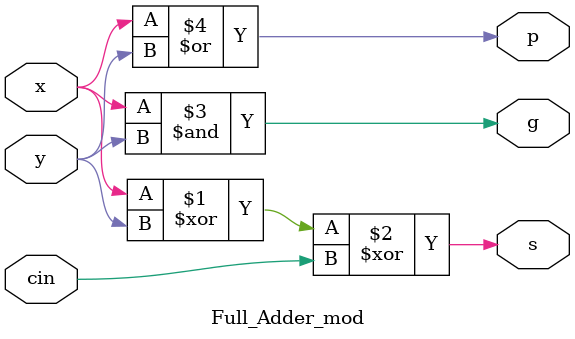
<source format=sv>
module carry_lookahead_adder
(
    input   logic[15:0]     A,
    input   logic[15:0]     B,
    output  logic[15:0]     Sum,
    output  logic           CO
);

    /* TODO
     *
     * Insert code here to implement a CLA adder.
     * Your code should be completly combinational (don't use always_ff or always_latch).
     * Feel free to create sub-modules or other files. */
    logic c4,c8,c12;
    logic pg0,pg4,pg8,pg12;
    logic gg0,gg4,gg8,gg12;

    always_comb 
    begin
        c4 = gg0;
        c8 = gg4 | gg0 & pg4;
        c12 = gg8 | gg4 & pg8 | gg0 & pg4 & pg8;
        CO = gg12 | gg8 & pg12 | gg4 & pg8 & pg12 | gg0 & pg4 & pg8 & pg12;
    end

    CLA adder0(.X(A[3:0]),.Y(B[3:0]),.cin( 0),.S(Sum[3:0]),.gm(gg0),.pm(pg0));
    CLA adder4(.X(A[7:4]),.Y(B[7:4]),.cin(c4),.S(Sum[7:4]),.gm(gg4),.pm(pg4));
    CLA adder8(.X(A[11:8]),.Y(B[11:8]),.cin(c8),.S(Sum[11:8]),.gm(gg8),.pm(pg8));
    CLA adder12(.X(A[15:12]),.Y(B[15:12]),.cin(c12),.S(Sum[15:12]),.gm(gg12),.pm(pg12));

endmodule

module CLA
(
    input [3:0]X,
    input [3:0]Y,
    input cin,
    output [3:0]S,
    output gm,
    output pm
);
    logic p0,p1,p2,p3;
    logic g0,g1,g2,g3;
    logic c1,c2,c3;

    always_comb 
    begin
        c1  = cin & p0 | g0;
        c2  = cin & p0 & p1 | g0 & p1 | g1;
        c3  = cin & p0 & p1 & p2 | g0 & p1 & p2 | g1 & p2 | g2;
    end

    Full_Adder_mod fa0(.x(X[0]),.y(Y[0]),.cin(cin),.s(S[0]),.g(g0),.p(p0));
    Full_Adder_mod fa1(.x(X[1]),.y(Y[1]),.cin(c1),.s(S[1]),.g(g1),.p(p1));
    Full_Adder_mod fa2(.x(X[2]),.y(Y[2]),.cin(c2),.s(S[2]),.g(g2),.p(p2));
    Full_Adder_mod fa3(.x(X[3]),.y(Y[3]),.cin(c3),.s(S[3]),.g(g3),.p(p3));
    
	 assign  gm = g0 & p1 & p2 & p3 | g1 & p2 & p3 | g2 & p3 | g3;
    assign  pm = p0 & p1 & p2 & p3;

endmodule

// one bit full adder that add two differnet output g() and p(). 
module Full_Adder_mod (
    input x,
    input y,
    input cin,
    output s,
    output g,
    output p
);
    assign s = x^y^cin;
    assign g = x&y;
    assign p = x|y;
endmodule
</source>
